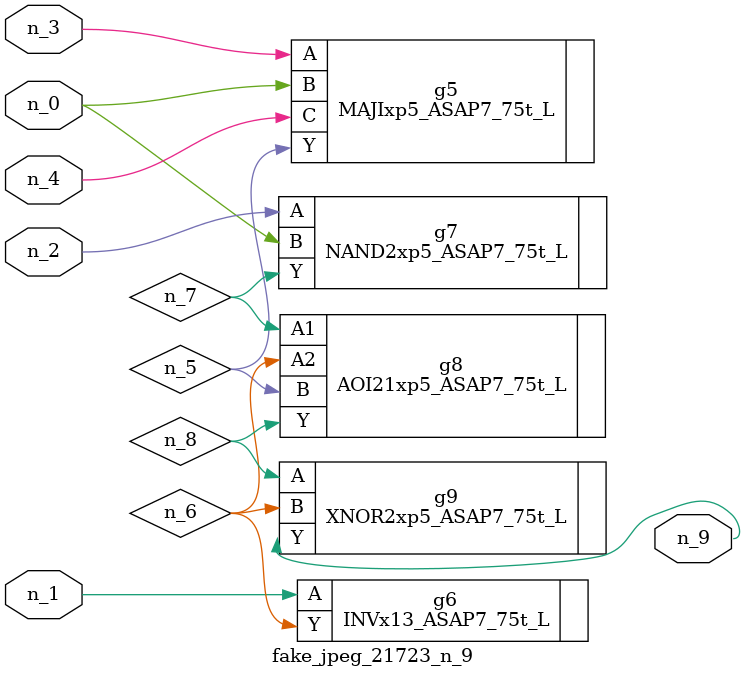
<source format=v>
module fake_jpeg_21723_n_9 (n_3, n_2, n_1, n_0, n_4, n_9);

input n_3;
input n_2;
input n_1;
input n_0;
input n_4;

output n_9;

wire n_8;
wire n_6;
wire n_5;
wire n_7;

MAJIxp5_ASAP7_75t_L g5 ( 
.A(n_3),
.B(n_0),
.C(n_4),
.Y(n_5)
);

INVx13_ASAP7_75t_L g6 ( 
.A(n_1),
.Y(n_6)
);

NAND2xp5_ASAP7_75t_L g7 ( 
.A(n_2),
.B(n_0),
.Y(n_7)
);

AOI21xp5_ASAP7_75t_L g8 ( 
.A1(n_7),
.A2(n_6),
.B(n_5),
.Y(n_8)
);

XNOR2xp5_ASAP7_75t_L g9 ( 
.A(n_8),
.B(n_6),
.Y(n_9)
);


endmodule
</source>
